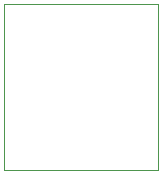
<source format=gbr>
G04 #@! TF.GenerationSoftware,KiCad,Pcbnew,(5.1.0-0)*
G04 #@! TF.CreationDate,2019-08-08T22:33:38-04:00*
G04 #@! TF.ProjectId,Dell Optiplex USB Header Sense Adapter,44656c6c-204f-4707-9469-706c65782055,rev?*
G04 #@! TF.SameCoordinates,Original*
G04 #@! TF.FileFunction,Profile,NP*
%FSLAX46Y46*%
G04 Gerber Fmt 4.6, Leading zero omitted, Abs format (unit mm)*
G04 Created by KiCad (PCBNEW (5.1.0-0)) date 2019-08-08 22:33:38*
%MOMM*%
%LPD*%
G04 APERTURE LIST*
%ADD10C,0.050000*%
G04 APERTURE END LIST*
D10*
X154000000Y-101000000D02*
X154000000Y-87000000D01*
X167000000Y-101000000D02*
X154000000Y-101000000D01*
X167000000Y-87000000D02*
X167000000Y-101000000D01*
X154000000Y-87000000D02*
X167000000Y-87000000D01*
M02*

</source>
